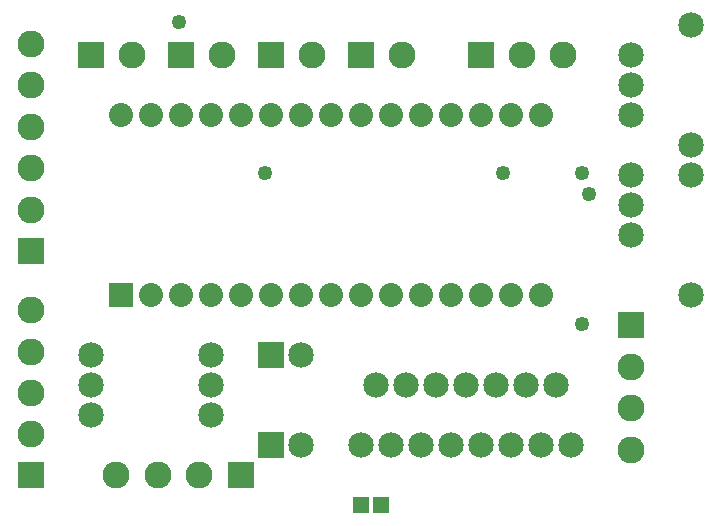
<source format=gts>
G04 MADE WITH FRITZING*
G04 WWW.FRITZING.ORG*
G04 DOUBLE SIDED*
G04 HOLES PLATED*
G04 CONTOUR ON CENTER OF CONTOUR VECTOR*
%ASAXBY*%
%FSLAX23Y23*%
%MOIN*%
%OFA0B0*%
%SFA1.0B1.0*%
%ADD10C,0.084803*%
%ADD11C,0.085000*%
%ADD12C,0.049370*%
%ADD13C,0.090000*%
%ADD14C,0.080000*%
%ADD15R,0.085000X0.085000*%
%ADD16R,0.057244X0.053307*%
%ADD17R,0.090000X0.090000*%
%ADD18R,0.080000X0.079972*%
%LNMASK1*%
G90*
G70*
G54D10*
X1317Y506D03*
X1417Y506D03*
X1517Y506D03*
X1617Y506D03*
X1717Y506D03*
X1817Y506D03*
X1917Y506D03*
X1267Y306D03*
X1367Y306D03*
X1467Y306D03*
X1567Y306D03*
X1667Y306D03*
X1767Y306D03*
X1867Y306D03*
X1967Y306D03*
X1317Y506D03*
X1417Y506D03*
X1517Y506D03*
X1617Y506D03*
X1717Y506D03*
X1817Y506D03*
X1917Y506D03*
X1267Y306D03*
X1367Y306D03*
X1467Y306D03*
X1567Y306D03*
X1667Y306D03*
X1767Y306D03*
X1867Y306D03*
X1967Y306D03*
G54D11*
X967Y606D03*
X1067Y606D03*
X967Y306D03*
X1067Y306D03*
G54D12*
X2004Y1215D03*
X1740Y1215D03*
X2004Y711D03*
X2028Y1143D03*
X948Y1215D03*
X660Y1719D03*
G54D13*
X167Y955D03*
X167Y1092D03*
X167Y1230D03*
X167Y1368D03*
X167Y1506D03*
X167Y1644D03*
X167Y206D03*
X167Y344D03*
X167Y481D03*
X167Y619D03*
X167Y757D03*
X367Y1606D03*
X505Y1606D03*
X967Y1606D03*
X1105Y1606D03*
X1667Y1606D03*
X1805Y1606D03*
X1942Y1606D03*
X867Y206D03*
X729Y206D03*
X591Y206D03*
X453Y206D03*
X2167Y706D03*
X2167Y568D03*
X2167Y430D03*
X2167Y292D03*
X1267Y1606D03*
X1405Y1606D03*
X667Y1606D03*
X805Y1606D03*
G54D14*
X467Y806D03*
X567Y806D03*
X667Y806D03*
X767Y806D03*
X867Y806D03*
X967Y806D03*
X1067Y806D03*
X1167Y806D03*
X1267Y806D03*
X1367Y806D03*
X1467Y806D03*
X1567Y806D03*
X1667Y806D03*
X1767Y806D03*
X1867Y806D03*
X467Y1406D03*
X567Y1406D03*
X667Y1406D03*
X767Y1406D03*
X867Y1406D03*
X967Y1406D03*
X1067Y1406D03*
X1167Y1406D03*
X1267Y1406D03*
X1367Y1406D03*
X1467Y1406D03*
X1567Y1406D03*
X1667Y1406D03*
X1767Y1406D03*
X1867Y1406D03*
G54D11*
X367Y406D03*
X767Y406D03*
X367Y506D03*
X767Y506D03*
X367Y606D03*
X767Y606D03*
X2367Y1306D03*
X2367Y1706D03*
X2367Y1206D03*
X2367Y806D03*
X2167Y1606D03*
X2167Y1506D03*
X2167Y1406D03*
X2167Y1206D03*
X2167Y1106D03*
X2167Y1006D03*
G54D15*
X967Y606D03*
X967Y306D03*
G54D16*
X1267Y106D03*
X1334Y106D03*
G54D17*
X167Y955D03*
X167Y206D03*
X367Y1606D03*
X967Y1606D03*
X1667Y1606D03*
X867Y206D03*
X2167Y706D03*
X1267Y1606D03*
X667Y1606D03*
G54D18*
X467Y806D03*
G04 End of Mask1*
M02*
</source>
